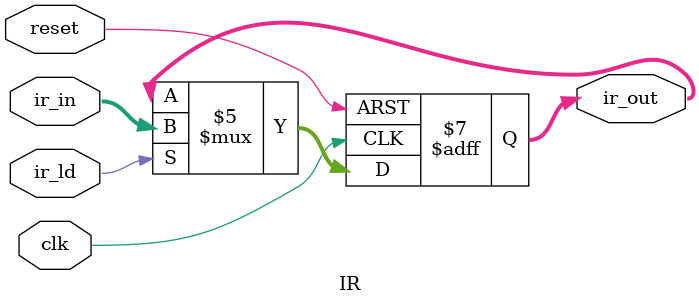
<source format=v>
`timescale 1ns / 1ps
module IR(clk, reset, ir_ld, ir_in, ir_out);

	//initialize inputs and outputs
	input 				 clk, 
							 reset, 
     				 		 ir_ld;
	input 		[15:0] ir_in;
	
	output reg  [15:0] ir_out;
	
	always@(posedge clk or posedge reset)
	
		//if reset asserted,output gets value of 0
		if(reset == 1'b1)
			ir_out <= 16'b0;
		
		//if reset is not asserted
		else
		
			//if IR load signal is enabled, pass IR_in to as an output(IR_out)
			if(ir_ld == 1'b1)
				ir_out <= ir_in;
			
			//if IR load is not enabled, pass output(IR_out)	
			else ir_out <= ir_out;

endmodule //end of Instruction register module
</source>
